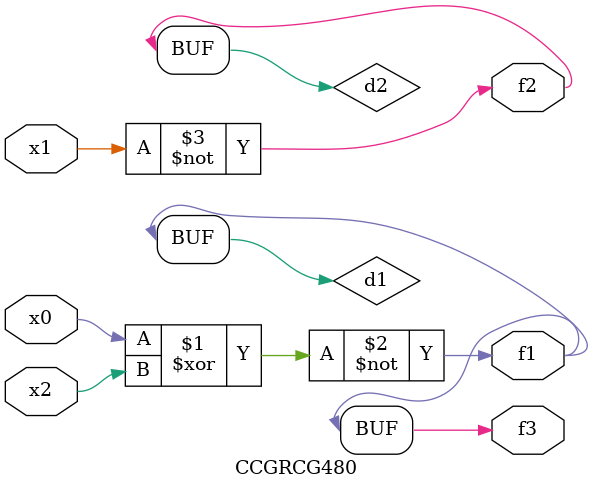
<source format=v>
module CCGRCG480(
	input x0, x1, x2,
	output f1, f2, f3
);

	wire d1, d2, d3;

	xnor (d1, x0, x2);
	nand (d2, x1);
	nor (d3, x1, x2);
	assign f1 = d1;
	assign f2 = d2;
	assign f3 = d1;
endmodule

</source>
